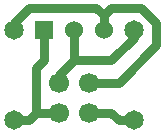
<source format=gbl>
G04 (created by PCBNEW (2013-mar-13)-testing) date lun 17 jun 2013 19:38:30 CEST*
%MOIN*%
G04 Gerber Fmt 3.4, Leading zero omitted, Abs format*
%FSLAX34Y34*%
G01*
G70*
G90*
G04 APERTURE LIST*
%ADD10C,0.003937*%
%ADD11C,0.066929*%
%ADD12R,0.060000X0.060000*%
%ADD13C,0.060000*%
%ADD14C,0.065000*%
%ADD15C,0.031496*%
G04 APERTURE END LIST*
G54D10*
G54D11*
X12500Y-10500D03*
X11500Y-9500D03*
X11500Y-10500D03*
X12500Y-9500D03*
G54D12*
X11000Y-7750D03*
G54D13*
X12000Y-7750D03*
X13000Y-7750D03*
G54D14*
X10000Y-7750D03*
X10000Y-10750D03*
X14000Y-10750D03*
X14000Y-7750D03*
G54D15*
X14000Y-7750D02*
X14000Y-8000D01*
X13250Y-8750D02*
X12000Y-8750D01*
X14000Y-8000D02*
X13250Y-8750D01*
X12000Y-7750D02*
X12000Y-8750D01*
X11500Y-9250D02*
X11500Y-9500D01*
X12000Y-8750D02*
X11500Y-9250D01*
X13000Y-7250D02*
X13250Y-7000D01*
X13500Y-9500D02*
X12500Y-9500D01*
X14750Y-8250D02*
X13500Y-9500D01*
X14750Y-7500D02*
X14750Y-8250D01*
X14250Y-7000D02*
X14750Y-7500D01*
X13250Y-7000D02*
X14250Y-7000D01*
X10000Y-7750D02*
X10000Y-7500D01*
X13000Y-7250D02*
X13000Y-7750D01*
X12750Y-7000D02*
X13000Y-7250D01*
X10500Y-7000D02*
X12750Y-7000D01*
X10000Y-7500D02*
X10500Y-7000D01*
X11000Y-7750D02*
X11000Y-8750D01*
X10750Y-9000D02*
X10750Y-10500D01*
X11000Y-8750D02*
X10750Y-9000D01*
X11500Y-10500D02*
X10750Y-10500D01*
X10500Y-10750D02*
X10000Y-10750D01*
X10750Y-10500D02*
X10500Y-10750D01*
X14000Y-10750D02*
X13500Y-10750D01*
X13250Y-10500D02*
X12500Y-10500D01*
X13500Y-10750D02*
X13250Y-10500D01*
M02*

</source>
